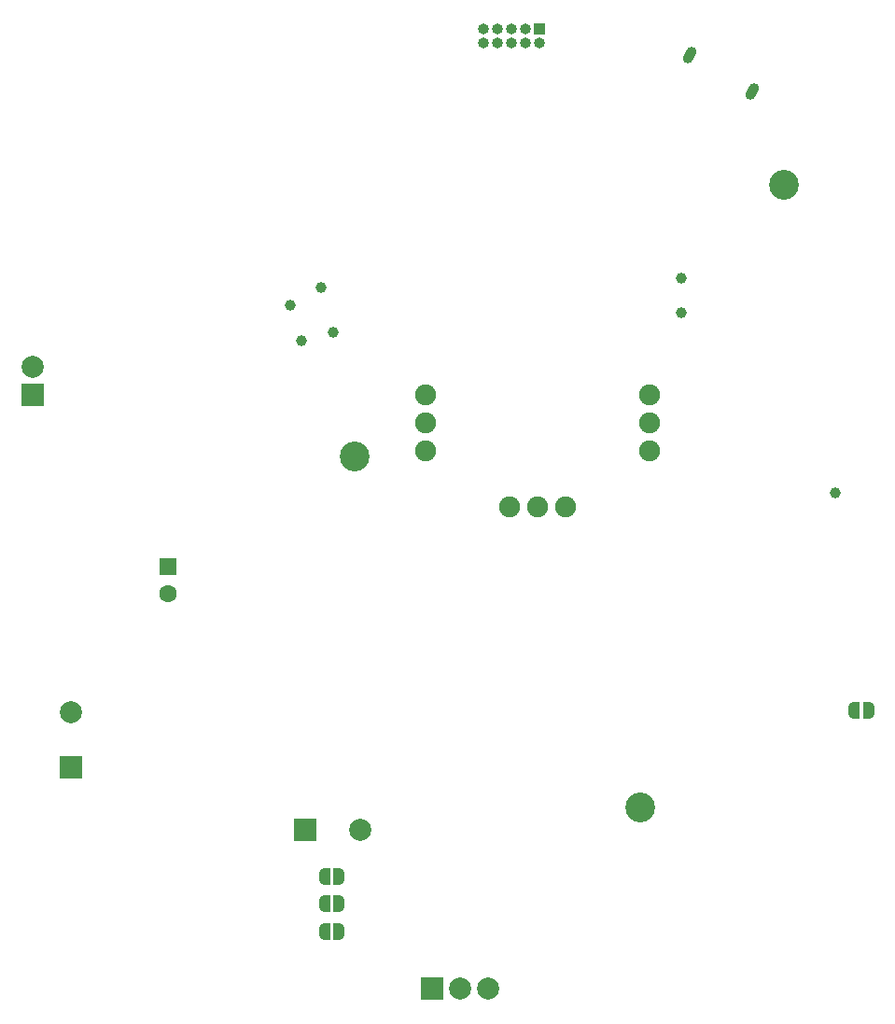
<source format=gbr>
%TF.GenerationSoftware,KiCad,Pcbnew,8.0.6*%
%TF.CreationDate,2025-01-23T19:41:03-07:00*%
%TF.ProjectId,UAM,55414d2e-6b69-4636-9164-5f7063625858,rev?*%
%TF.SameCoordinates,Original*%
%TF.FileFunction,Soldermask,Bot*%
%TF.FilePolarity,Negative*%
%FSLAX46Y46*%
G04 Gerber Fmt 4.6, Leading zero omitted, Abs format (unit mm)*
G04 Created by KiCad (PCBNEW 8.0.6) date 2025-01-23 19:41:03*
%MOMM*%
%LPD*%
G01*
G04 APERTURE LIST*
G04 Aperture macros list*
%AMHorizOval*
0 Thick line with rounded ends*
0 $1 width*
0 $2 $3 position (X,Y) of the first rounded end (center of the circle)*
0 $4 $5 position (X,Y) of the second rounded end (center of the circle)*
0 Add line between two ends*
20,1,$1,$2,$3,$4,$5,0*
0 Add two circle primitives to create the rounded ends*
1,1,$1,$2,$3*
1,1,$1,$4,$5*%
%AMFreePoly0*
4,1,19,0.000000,0.744911,0.071157,0.744911,0.207708,0.704816,0.327430,0.627875,0.420627,0.520320,0.479746,0.390866,0.500000,0.250000,0.500000,-0.250000,0.479746,-0.390866,0.420627,-0.520320,0.327430,-0.627875,0.207708,-0.704816,0.071157,-0.744911,0.000000,-0.744911,0.000000,-0.750000,-0.500000,-0.750000,-0.500000,0.750000,0.000000,0.750000,0.000000,0.744911,0.000000,0.744911,
$1*%
%AMFreePoly1*
4,1,19,0.500000,-0.750000,0.000000,-0.750000,0.000000,-0.744911,-0.071157,-0.744911,-0.207708,-0.704816,-0.327430,-0.627875,-0.420627,-0.520320,-0.479746,-0.390866,-0.500000,-0.250000,-0.500000,0.250000,-0.479746,0.390866,-0.420627,0.520320,-0.327430,0.627875,-0.207708,0.704816,-0.071157,0.744911,0.000000,0.744911,0.000000,0.750000,0.500000,0.750000,0.500000,-0.750000,0.500000,-0.750000,
$1*%
G04 Aperture macros list end*
%ADD10C,2.700000*%
%ADD11O,1.000000X1.000000*%
%ADD12R,1.000000X1.000000*%
%ADD13C,1.600000*%
%ADD14R,1.600000X1.600000*%
%ADD15C,2.000000*%
%ADD16R,2.000000X2.000000*%
%ADD17HorizOval,0.900000X-0.175000X-0.303109X0.175000X0.303109X0*%
%ADD18C,1.905000*%
%ADD19C,1.000000*%
%ADD20FreePoly0,180.000000*%
%ADD21FreePoly1,180.000000*%
%ADD22FreePoly0,0.000000*%
%ADD23FreePoly1,0.000000*%
G04 APERTURE END LIST*
D10*
%TO.C,H3*%
X98624136Y-31394136D03*
%TD*%
D11*
%TO.C,J2*%
X71321636Y-18564136D03*
X71321636Y-17294136D03*
X72591636Y-18564136D03*
X72591636Y-17294136D03*
X73861636Y-18564136D03*
X73861636Y-17294136D03*
X75131636Y-18564136D03*
X75131636Y-17294136D03*
X76401636Y-18564136D03*
D12*
X76401636Y-17294136D03*
%TD*%
D13*
%TO.C,C57*%
X42724136Y-68511757D03*
D14*
X42724136Y-66011757D03*
%TD*%
D10*
%TO.C,H1*%
X59624136Y-55994136D03*
%TD*%
D15*
%TO.C,C86*%
X33924136Y-79194136D03*
D16*
X33924136Y-84194136D03*
%TD*%
D15*
%TO.C,J3*%
X30411636Y-47929136D03*
D16*
X30411636Y-50469136D03*
%TD*%
D15*
%TO.C,C78*%
X60156459Y-89894136D03*
D16*
X55156459Y-89894136D03*
%TD*%
D17*
%TO.C,J1*%
X90027022Y-19644136D03*
X95742790Y-22944136D03*
%TD*%
D15*
%TO.C,J4*%
X71764136Y-104294136D03*
X69224136Y-104294136D03*
D16*
X66684136Y-104294136D03*
%TD*%
D10*
%TO.C,H2*%
X85524136Y-87894136D03*
%TD*%
D18*
%TO.C,J5*%
X86384136Y-50454136D03*
X86384136Y-52994136D03*
X86384136Y-55534136D03*
X78764136Y-60614136D03*
X76224136Y-60614136D03*
X73684136Y-60614136D03*
X66064136Y-55534136D03*
X66064136Y-52994136D03*
X66064136Y-50454136D03*
%TD*%
D19*
%TO.C,TP8*%
X89324136Y-39894136D03*
%TD*%
%TO.C,TP14*%
X103224136Y-59294136D03*
%TD*%
%TO.C,TP28*%
X56614136Y-40674136D03*
%TD*%
D20*
%TO.C,JP3*%
X56924136Y-94094136D03*
D21*
X58224136Y-94094136D03*
%TD*%
D20*
%TO.C,JP4*%
X56924136Y-96594136D03*
D21*
X58224136Y-96594136D03*
%TD*%
D20*
%TO.C,JP5*%
X56924136Y-99094136D03*
D21*
X58224136Y-99094136D03*
%TD*%
D19*
%TO.C,TP27*%
X53824136Y-42294136D03*
%TD*%
D22*
%TO.C,JP6*%
X106274136Y-79094136D03*
D23*
X104974136Y-79094136D03*
%TD*%
D19*
%TO.C,TP9*%
X89324136Y-42994136D03*
%TD*%
%TO.C,TP26*%
X54824136Y-45494136D03*
%TD*%
%TO.C,TP25*%
X57724136Y-44794136D03*
%TD*%
M02*

</source>
